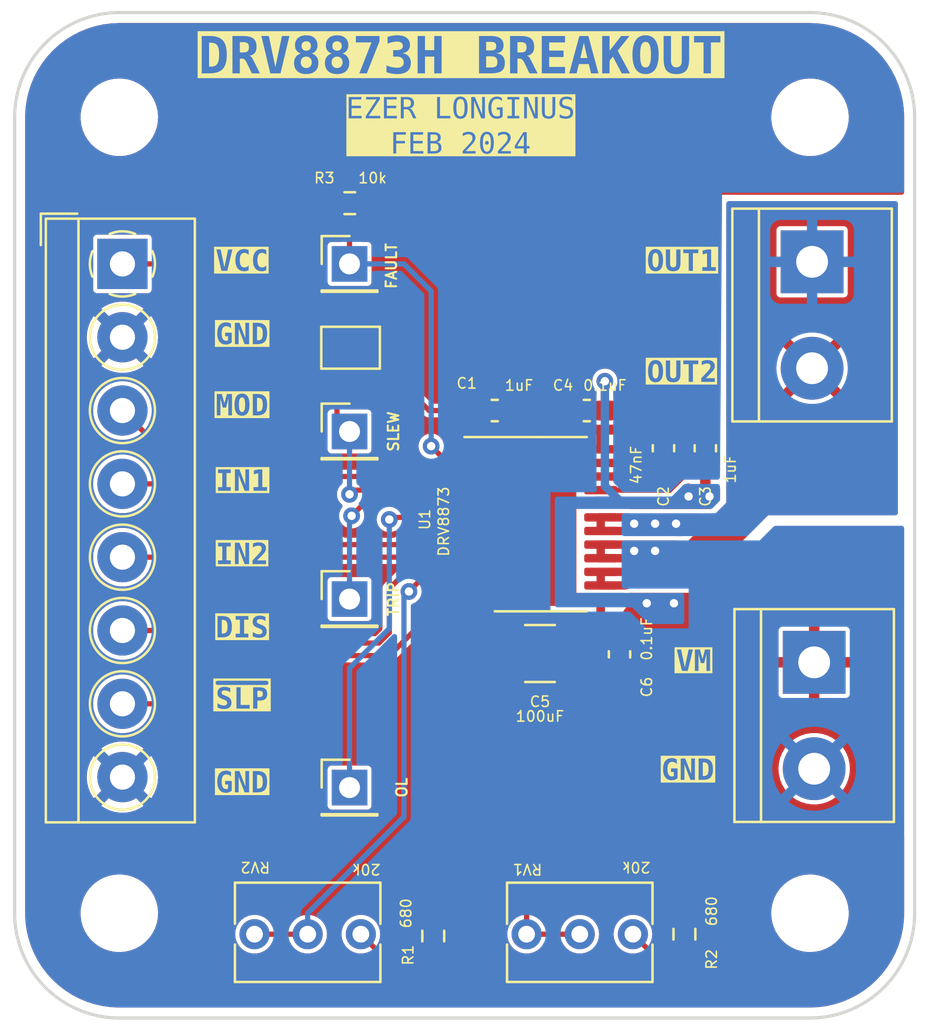
<source format=kicad_pcb>
(kicad_pcb (version 20221018) (generator pcbnew)
  (layers (0 "F.Cu" signal) (31 "B.Cu" signal) (34 "B.Paste" user) (35 "F.Paste" user) (36 "B.SilkS" user "B.Silkscreen") (37 "F.SilkS" user "F.Silkscreen") (38 "B.Mask" user) (39 "F.Mask" user) (44 "Edge.Cuts" user))
  (net 0 "")
  (net 1 "Net-(JP1-B)")
  (net 2 "GND")
  (net 3 "Net-(U1-CPL)")
  (net 4 "Net-(U1-CPH)")
  (net 5 "Net-(U1-VCP)")
  (net 6 "VM")
  (net 7 "Net-(J1-Pin_1)")
  (net 8 "Net-(J2-Pin_1)")
  (net 9 "Net-(J3-Pin_1)")
  (net 10 "Net-(J4-Pin_1)")
  (net 11 "VCC")
  (net 12 "MODE")
  (net 13 "EN{slash}IN1")
  (net 14 "PH{slash}IN2")
  (net 15 "DISABLE")
  (net 16 "~{SLEEP}")
  (net 17 "OUT1")
  (net 18 "OUT2")
  (net 19 "Net-(R1-Pad1)")
  (net 20 "Net-(R2-Pad1)")
  (net 21 "Net-(U1-IPROP2)")
  (net 22 "Net-(U1-IPROP1)")
  (footprint "Jumper:SolderJumper-2_P1.3mm_Bridged_Pad1.0x1.5mm" (layer "F.Cu") (at 135.05 100)
    (fp_text reference "JP1" hide)
    (fp_text value "Jumper_2_Bridged" hide)
    (fp_poly (pts (xy -0.25 -0.3) (xy 0.25 -0.3) (xy 0.25 0.3) (xy -0.25 0.3)) (fill solid) (layer "F.Cu"))
    (fp_line (start -1.4 -1) (end 1.4 -1) (stroke (width 0.12)) (layer "F.SilkS"))
    (fp_line (start -1.4 1) (end -1.4 -1) (stroke (width 0.12)) (layer "F.SilkS"))
    (fp_line (start 1.4 -1) (end 1.4 1) (stroke (width 0.12)) (layer "F.SilkS"))
    (fp_line (start 1.4 1) (end -1.4 1) (stroke (width 0.12)) (layer "F.SilkS"))
    (pad "1" smd rect (at -0.65 0) (size 1 1.5) (layers "F.Cu" "F.Mask") (net 10 "Net-(J4-Pin_1)"))
    (pad "2" smd rect (at 0.65 0) (size 1 1.5) (layers "F.Cu" "F.Mask") (net 1 "Net-(JP1-B)"))
  )
  (footprint "Resistor_SMD:R_0603_1608Metric_Pad0.98x0.95mm_HandSolder" (layer "F.Cu") (at 139 128.0875 90)
    (fp_text reference "R1" (at -0.9125 -1.2 90 unlocked) (layer "F.SilkS") (effects (font (size 0.5 0.5) (thickness 0.075))))
    (fp_text value "680" (at 1.0875 -1.3 90 unlocked) (layer "F.SilkS") (effects (font (size 0.5 0.5) (thickness 0.075))))
    (fp_line (start -0.254724 -0.5225) (end 0.254724 -0.5225) (stroke (width 0.12)) (layer "F.SilkS"))
    (fp_line (start -0.254724 0.5225) (end 0.254724 0.5225) (stroke (width 0.12)) (layer "F.SilkS"))
    (pad "1" smd roundrect (at -0.9125 0 90) (size 0.975 0.95) (layers "F.Cu" "F.Paste" "F.Mask") (net 19 "Net-(R1-Pad1)"))
    (pad "2" smd roundrect (at 0.9125 0 90) (size 0.975 0.95) (layers "F.Cu" "F.Paste" "F.Mask") (net 2 "GND"))
  )
  (footprint "Connector_PinHeader_2.54mm:PinHeader_1x01_P2.54mm_Vertical" (layer "F.Cu") (at 135 104)
    (fp_text reference "J4" hide)
    (fp_text value "SLEW" (at 2.1 0 90 unlocked) (layer "F.SilkS" knockout) (effects (font (size 0.5 0.5) (thickness 0.1) bold)))
    (fp_line (start -1.33 -1.33) (end 0 -1.33) (stroke (width 0.12)) (layer "F.SilkS"))
    (fp_line (start -1.33 0) (end -1.33 -1.33) (stroke (width 0.12)) (layer "F.SilkS"))
    (fp_line (start -1.33 1.27) (end -1.33 1.33) (stroke (width 0.12)) (layer "F.SilkS"))
    (fp_line (start -1.33 1.27) (end 1.33 1.27) (stroke (width 0.12)) (layer "F.SilkS"))
    (fp_line (start -1.33 1.33) (end 1.33 1.33) (stroke (width 0.12)) (layer "F.SilkS"))
    (fp_line (start 1.33 1.27) (end 1.33 1.33) (stroke (width 0.12)) (layer "F.SilkS"))
    (pad "1" thru_hole rect (at 0 0) (size 1.7 1.7) (drill 1) (layers "*.Cu" "*.Mask") (net 10 "Net-(J4-Pin_1)"))
  )
  (footprint "Potentiometer_THT:Potentiometer_Bourns_3266Y_Vertical" (layer "F.Cu") (at 143.46 128 180)
    (fp_text reference "RV1" (at -0.04 3.1 180 unlocked) (layer "F.SilkS") (effects (font (size 0.5 0.5) (thickness 0.075))))
    (fp_text value "20k" (at -5.24 3.2 180 unlocked) (layer "F.SilkS") (effects (font (size 0.5 0.5) (thickness 0.075))))
    (fp_line (start -6.015 -2.28) (end -6.015 -0.494) (stroke (width 0.12)) (layer "F.SilkS"))
    (fp_line (start -6.015 -2.28) (end 0.935 -2.28) (stroke (width 0.12)) (layer "F.SilkS"))
    (fp_line (start -6.015 0.496) (end -6.015 2.46) (stroke (width 0.12)) (layer "F.SilkS"))
    (fp_line (start -6.015 2.46) (end 0.935 2.46) (stroke (width 0.12)) (layer "F.SilkS"))
    (fp_line (start 0.935 -2.28) (end 0.935 -0.494) (stroke (width 0.12)) (layer "F.SilkS"))
    (fp_line (start 0.935 0.496) (end 0.935 2.46) (stroke (width 0.12)) (layer "F.SilkS"))
    (pad "1" thru_hole circle (at 0 0 180) (size 1.44 1.44) (drill 0.8) (layers "*.Cu" "*.Mask") (net 21 "Net-(U1-IPROP2)"))
    (pad "2" thru_hole circle (at -2.54 0 180) (size 1.44 1.44) (drill 0.8) (layers "*.Cu" "*.Mask") (net 21 "Net-(U1-IPROP2)"))
    (pad "3" thru_hole circle (at -5.08 0 180) (size 1.44 1.44) (drill 0.8) (layers "*.Cu" "*.Mask") (net 20 "Net-(R2-Pad1)"))
  )
  (footprint "Capacitor_SMD:C_0603_1608Metric_Pad1.08x0.95mm_HandSolder" (layer "F.Cu") (at 146.3375 103 180)
    (fp_text reference "C4" (at 1.1375 1.2 unlocked) (layer "F.SilkS") (effects (font (size 0.5 0.5) (thickness 0.075))))
    (fp_text value "0.1uF" (at -0.8625 1.2 unlocked) (layer "F.SilkS") (effects (font (size 0.5 0.5) (thickness 0.075))))
    (fp_line (start -0.146267 -0.51) (end 0.146267 -0.51) (stroke (width 0.12)) (layer "F.SilkS"))
    (fp_line (start -0.146267 0.51) (end 0.146267 0.51) (stroke (width 0.12)) (layer "F.SilkS"))
    (pad "1" smd roundrect (at -0.8625 0 180) (size 1.075 0.95) (layers "F.Cu" "F.Paste" "F.Mask") (net 6 "VM"))
    (pad "2" smd roundrect (at 0.8625 0 180) (size 1.075 0.95) (layers "F.Cu" "F.Paste" "F.Mask") (net 2 "GND"))
  )
  (footprint "Resistor_SMD:R_0603_1608Metric_Pad0.98x0.95mm_HandSolder" (layer "F.Cu") (at 151 128 90)
    (fp_text reference "R2" (at -1.2 1.3 90 unlocked) (layer "F.SilkS") (effects (font (size 0.5 0.5) (thickness 0.075))))
    (fp_text value "680" (at 1.1 1.3 90 unlocked) (layer "F.SilkS") (effects (font (size 0.5 0.5) (thickness 0.075))))
    (fp_line (start -0.254724 -0.5225) (end 0.254724 -0.5225) (stroke (width 0.12)) (layer "F.SilkS"))
    (fp_line (start -0.254724 0.5225) (end 0.254724 0.5225) (stroke (width 0.12)) (layer "F.SilkS"))
    (pad "1" smd roundrect (at -0.9125 0 90) (size 0.975 0.95) (layers "F.Cu" "F.Paste" "F.Mask") (net 20 "Net-(R2-Pad1)"))
    (pad "2" smd roundrect (at 0.9125 0 90) (size 0.975 0.95) (layers "F.Cu" "F.Paste" "F.Mask") (net 2 "GND"))
  )
  (footprint "TerminalBlock_4Ucon:TerminalBlock_4Ucon_1x08_P3.50mm_Horizontal" (layer "F.Cu") (at 124.15 96 -90)
    (fp_text reference "J6" hide)
    (fp_text value "Conn_01x08_Pin" hide)
    (fp_line (start -2.4 2.16) (end -2.4 3.9) (stroke (width 0.12)) (layer "F.SilkS"))
    (fp_line (start -2.4 3.9) (end -0.9 3.9) (stroke (width 0.12)) (layer "F.SilkS"))
    (fp_line (start -2.16 -3.46) (end -2.16 3.66) (stroke (width 0.12)) (layer "F.SilkS"))
    (fp_line (start -2.16 -3.46) (end 26.66 -3.46) (stroke (width 0.12)) (layer "F.SilkS"))
    (fp_line (start -2.16 2.1) (end 26.66 2.1) (stroke (width 0.12)) (layer "F.SilkS"))
    (fp_line (start -2.16 3.66) (end 26.66 3.66) (stroke (width 0.12)) (layer "F.SilkS"))
    (fp_line (start 26.66 -3.46) (end 26.66 3.66) (stroke (width 0.12)) (layer "F.SilkS"))
    (fp_arc (start -1.432109 0.607742) (mid -1.555727 -0.00014) (end -1.432 -0.608) (stroke (width 0.12)) (layer "F.SilkS"))
    (fp_arc (start -0.607742 -1.432109) (mid 0.00014 -1.555727) (end 0.608 -1.432) (stroke (width 0.12)) (layer "F.SilkS"))
    (fp_arc (start 0.027011 1.555493) (mid -0.296984 1.527118) (end -0.608 1.432) (stroke (width 0.12)) (layer "F.SilkS"))
    (fp_arc (start 0.607587 1.431385) (mid 0.310017 1.523783) (end 0 1.555) (stroke (width 0.12)) (layer "F.SilkS"))
    (fp_arc (start 1.432109 -0.607742) (mid 1.555727 0.00014) (end 1.432 0.608) (stroke (width 0.12)) (layer "F.SilkS"))
    (fp_circle (center 3.5 0) (end 5.055 0) (stroke (width 0.12)) (fill none) (layer "F.SilkS"))
    (fp_circle (center 7 0) (end 8.555 0) (stroke (width 0.12)) (fill none) (layer "F.SilkS"))
    (fp_circle (center 10.5 0) (end 12.055 0) (stroke (width 0.12)) (fill none) (layer "F.SilkS"))
    (fp_circle (center 14 0) (end 15.555 0) (stroke (width 0.12)) (fill none) (layer "F.SilkS"))
    (fp_circle (center 17.5 0) (end 19.055 0) (stroke (width 0.12)) (fill none) (layer "F.SilkS"))
    (fp_circle (center 21 0) (end 22.555 0) (stroke (width 0.12)) (fill none) (layer "F.SilkS"))
    (fp_circle (center 24.5 0) (end 26.055 0) (stroke (width 0.12)) (fill none) (layer "F.SilkS"))
    (pad "1" thru_hole rect (at 0 0 270) (size 2.4 2.4) (drill 1.2) (layers "*.Cu" "*.Mask") (net 11 "VCC"))
    (pad "2" thru_hole circle (at 3.5 0 270) (size 2.4 2.4) (drill 1.2) (layers "*.Cu" "*.Mask") (net 2 "GND"))
    (pad "3" thru_hole circle (at 7 0 270) (size 2.4 2.4) (drill 1.2) (layers "*.Cu" "*.Mask") (net 12 "MODE"))
    (pad "4" thru_hole circle (at 10.5 0 270) (size 2.4 2.4) (drill 1.2) (layers "*.Cu" "*.Mask") (net 13 "EN{slash}IN1"))
    (pad "5" thru_hole circle (at 14 0 270) (size 2.4 2.4) (drill 1.2) (layers "*.Cu" "*.Mask") (net 14 "PH{slash}IN2"))
    (pad "6" thru_hole circle (at 17.5 0 270) (size 2.4 2.4) (drill 1.2) (layers "*.Cu" "*.Mask") (net 15 "DISABLE"))
    (pad "7" thru_hole circle (at 21 0 270) (size 2.4 2.4) (drill 1.2) (layers "*.Cu" "*.Mask") (net 16 "~{SLEEP}"))
    (pad "8" thru_hole circle (at 24.5 0 270) (size 2.4 2.4) (drill 1.2) (layers "*.Cu" "*.Mask") (net 2 "GND"))
  )
  (footprint "Connector_PinHeader_2.54mm:PinHeader_1x01_P2.54mm_Vertical" (layer "F.Cu") (at 135 112)
    (fp_text reference "J1" hide)
    (fp_text value "TRIP" (at 2.1 0 90 unlocked) (layer "F.SilkS" knockout) (effects (font (size 0.5 0.5) (thickness 0.1) bold)))
    (fp_line (start -1.33 -1.33) (end 0 -1.33) (stroke (width 0.12)) (layer "F.SilkS"))
    (fp_line (start -1.33 0) (end -1.33 -1.33) (stroke (width 0.12)) (layer "F.SilkS"))
    (fp_line (start -1.33 1.27) (end -1.33 1.33) (stroke (width 0.12)) (layer "F.SilkS"))
    (fp_line (start -1.33 1.27) (end 1.33 1.27) (stroke (width 0.12)) (layer "F.SilkS"))
    (fp_line (start -1.33 1.33) (end 1.33 1.33) (stroke (width 0.12)) (layer "F.SilkS"))
    (fp_line (start 1.33 1.27) (end 1.33 1.33) (stroke (width 0.12)) (layer "F.SilkS"))
    (pad "1" thru_hole rect (at 0 0) (size 1.7 1.7) (drill 1) (layers "*.Cu" "*.Mask") (net 7 "Net-(J1-Pin_1)"))
  )
  (footprint "MountingHole:MountingHole_3.2mm_M3" (layer "F.Cu") (at 157 89)
    (fp_text reference "H2" hide)
    (fp_text value "MountingHole" hide)
    (pad "" np_thru_hole circle (at 0 0) (size 3.2 3.2) (drill 3.2) (layers "*.Cu" "*.Mask"))
  )
  (footprint "Connector_PinHeader_2.54mm:PinHeader_1x01_P2.54mm_Vertical" (layer "F.Cu") (at 135 96)
    (fp_text reference "J3" hide)
    (fp_text value "FAULT" (at 2 0.1 90 unlocked) (layer "F.SilkS" knockout) (effects (font (size 0.5 0.5) (thickness 0.1) bold)))
    (fp_line (start -1.33 -1.33) (end 0 -1.33) (stroke (width 0.12)) (layer "F.SilkS"))
    (fp_line (start -1.33 0) (end -1.33 -1.33) (stroke (width 0.12)) (layer "F.SilkS"))
    (fp_line (start -1.33 1.27) (end -1.33 1.33) (stroke (width 0.12)) (layer "F.SilkS"))
    (fp_line (start -1.33 1.27) (end 1.33 1.27) (stroke (width 0.12)) (layer "F.SilkS"))
    (fp_line (start -1.33 1.33) (end 1.33 1.33) (stroke (width 0.12)) (layer "F.SilkS"))
    (fp_line (start 1.33 1.27) (end 1.33 1.33) (stroke (width 0.12)) (layer "F.SilkS"))
    (pad "1" thru_hole rect (at 0 0) (size 1.7 1.7) (drill 1) (layers "*.Cu" "*.Mask") (net 9 "Net-(J3-Pin_1)"))
  )
  (footprint "Connector_PinHeader_2.54mm:PinHeader_1x01_P2.54mm_Vertical" (layer "F.Cu") (at 135 121)
    (fp_text reference "J2" hide)
    (fp_text value "OL" (at 2.5 0 90 unlocked) (layer "F.SilkS" knockout) (effects (font (size 0.5 0.5) (thickness 0.1) bold)))
    (fp_line (start -1.33 -1.33) (end 0 -1.33) (stroke (width 0.12)) (layer "F.SilkS"))
    (fp_line (start -1.33 0) (end -1.33 -1.33) (stroke (width 0.12)) (layer "F.SilkS"))
    (fp_line (start -1.33 1.27) (end -1.33 1.33) (stroke (width 0.12)) (layer "F.SilkS"))
    (fp_line (start -1.33 1.27) (end 1.33 1.27) (stroke (width 0.12)) (layer "F.SilkS"))
    (fp_line (start -1.33 1.33) (end 1.33 1.33) (stroke (width 0.12)) (layer "F.SilkS"))
    (fp_line (start 1.33 1.27) (end 1.33 1.33) (stroke (width 0.12)) (layer "F.SilkS"))
    (pad "1" thru_hole rect (at 0 0) (size 1.7 1.7) (drill 1) (layers "*.Cu" "*.Mask") (net 8 "Net-(J2-Pin_1)"))
  )
  (footprint "Resistor_SMD:R_0603_1608Metric_Pad0.98x0.95mm_HandSolder" (layer "F.Cu") (at 135.0125 93.1)
    (fp_text reference "R3" (at -1.2125 -1.2 unlocked) (layer "F.SilkS") (effects (font (size 0.5 0.5) (thickness 0.075))))
    (fp_text value "10k" (at 1.0875 -1.2 unlocked) (layer "F.SilkS") (effects (font (size 0.5 0.5) (thickness 0.075))))
    (fp_line (start -0.254724 -0.5225) (end 0.254724 -0.5225) (stroke (width 0.12)) (layer "F.SilkS"))
    (fp_line (start -0.254724 0.5225) (end 0.254724 0.5225) (stroke (width 0.12)) (layer "F.SilkS"))
    (pad "1" smd roundrect (at -0.9125 0) (size 0.975 0.95) (layers "F.Cu" "F.Paste" "F.Mask") (net 11 "VCC"))
    (pad "2" smd roundrect (at 0.9125 0) (size 0.975 0.95) (layers "F.Cu" "F.Paste" "F.Mask") (net 9 "Net-(J3-Pin_1)"))
  )
  (footprint "MountingHole:MountingHole_3.2mm_M3" (layer "F.Cu") (at 157 127)
    (fp_text reference "H4" hide)
    (fp_text value "MountingHole" hide)
    (pad "" np_thru_hole circle (at 0 0) (size 3.2 3.2) (drill 3.2) (layers "*.Cu" "*.Mask"))
  )
  (footprint "Package_SO:HTSSOP-24-1EP_4.4x7.8mm_P0.65mm_EP3.4x7.8mm_Mask2.4x2.98mm" (layer "F.Cu") (at 144.1375 108.425)
    (fp_text reference "U1" (at -5.5375 -0.225 90 unlocked) (layer "F.SilkS") (effects (font (size 0.5 0.5) (thickness 0.075))))
    (fp_text value "DRV8873" (at -4.6375 -0.125 90 unlocked) (layer "F.SilkS") (effects (font (size 0.5 0.5) (thickness 0.075))))
    (fp_line (start 0 -4.16) (end -3.65 -4.16) (stroke (width 0.12)) (layer "F.SilkS"))
    (fp_line (start 0 -4.16) (end 2.2 -4.16) (stroke (width 0.12)) (layer "F.SilkS"))
    (fp_line (start 0 4.16) (end -2.2 4.16) (stroke (width 0.12)) (layer "F.SilkS"))
    (fp_line (start 0 4.16) (end 2.2 4.16) (stroke (width 0.12)) (layer "F.SilkS"))
    (pad "1" smd roundrect (at -2.8625 -3.575) (size 1.575 0.4) (layers "F.Cu" "F.Paste" "F.Mask") (net 1 "Net-(JP1-B)"))
    (pad "2" smd roundrect (at -2.8625 -2.925) (size 1.575 0.4) (layers "F.Cu" "F.Paste" "F.Mask") (net 9 "Net-(J3-Pin_1)"))
    (pad "3" smd roundrect (at -2.8625 -2.275) (size 1.575 0.4) (layers "F.Cu" "F.Paste" "F.Mask") (net 12 "MODE"))
    (pad "4" smd roundrect (at -2.8625 -1.625) (size 1.575 0.4) (layers "F.Cu" "F.Paste" "F.Mask") (net 10 "Net-(J4-Pin_1)"))
    (pad "5" smd roundrect (at -2.8625 -0.975) (size 1.575 0.4) (layers "F.Cu" "F.Paste" "F.Mask") (net 7 "Net-(J1-Pin_1)"))
    (pad "6" smd roundrect (at -2.8625 -0.325) (size 1.575 0.4) (layers "F.Cu" "F.Paste" "F.Mask") (net 8 "Net-(J2-Pin_1)"))
    (pad "7" smd roundrect (at -2.8625 0.325) (size 1.575 0.4) (layers "F.Cu" "F.Paste" "F.Mask") (net 13 "EN{slash}IN1"))
    (pad "8" smd roundrect (at -2.8625 0.975) (size 1.575 0.4) (layers "F.Cu" "F.Paste" "F.Mask") (net 14 "PH{slash}IN2"))
    (pad "9" smd roundrect (at -2.8625 1.625) (size 1.575 0.4) (layers "F.Cu" "F.Paste" "F.Mask") (net 15 "DISABLE"))
    (pad "10" smd roundrect (at -2.8625 2.275) (size 1.575 0.4) (layers "F.Cu" "F.Paste" "F.Mask") (net 22 "Net-(U1-IPROP1)"))
    (pad "11" smd roundrect (at -2.8625 2.925) (size 1.575 0.4) (layers "F.Cu" "F.Paste" "F.Mask") (net 16 "~{SLEEP}"))
    (pad "12" smd roundrect (at -2.8625 3.575) (size 1.575 0.4) (layers "F.Cu" "F.Paste" "F.Mask") (net 21 "Net-(U1-IPROP2)"))
    (pad "13" smd roundrect (at 2.8625 3.575) (size 1.575 0.4) (layers "F.Cu" "F.Paste" "F.Mask") (net 6 "VM"))
    (pad "14" smd roundrect (at 2.8625 2.925) (size 1.575 0.4) (layers "F.Cu" "F.Paste" "F.Mask") (net 18 "OUT2"))
    (pad "15" smd roundrect (at 2.8625 2.275) (size 1.575 0.4) (layers "F.Cu" "F.Paste" "F.Mask") (net 18 "OUT2"))
    (pad "16" smd roundrect (at 2.8625 1.625) (size 1.575 0.4) (layers "F.Cu" "F.Paste" "F.Mask") (net 2 "GND"))
    (pad "17" smd roundrect (at 2.8625 0.975) (size 1.575 0.4) (layers "F.Cu" "F.Paste" "F.Mask") (net 2 "GND"))
    (pad "18" smd roundrect (at 2.8625 0.325) (size 1.575 0.4) (layers "F.Cu" "F.Paste" "F.Mask") (net 17 "OUT1"))
    (pad "19" smd roundrect (at 2.8625 -0.325) (size 1.575 0.4) (layers "F.Cu" "F.Paste" "F.Mask") (net 17 "OUT1"))
    (pad "20" smd roundrect (at 2.8625 -0.975) (size 1.575 0.4) (layers "F.Cu" "F.Paste" "F.Mask") (net 6 "VM"))
    (pad "21" smd roundrect (at 2.8625 -1.625) (size 1.575 0.4) (layers "F.Cu" "F.Paste" "F.Mask") (net 5 "Net-(U1-VCP)"))
    (pad "22" smd roundrect (at 2.8625 -2.275) (size 1.575 0.4) (layers "F.Cu" "F.Paste" "F.Mask") (net 4 "Net-(U1-CPH)"))
    (pad "23" smd roundrect (at 2.8625 -2.925) (size 1.575 0.4) (layers "F.Cu" "F.Paste" "F.Mask") (net 3 "Net-(U1-CPL)"))
    (pad "24" smd roundrect (at 2.8625 -3.575) (size 1.575 0.4) (layers "F.Cu" "F.Paste" "F.Mask") (net 2 "GND"))
    (pad "25" smd rect (at 0 0) (size 3.4 7.8) (layers "F.Cu") (net 2 "GND"))
  )
  (footprint "Potentiometer_THT:Potentiometer_Bourns_3266Y_Vertical" (layer "F.Cu") (at 130.46 128 180)
    (fp_text reference "RV2" (at -0.04 3.2 180 unlocked) (layer "F.SilkS") (effects (font (size 0.5 0.5) (thickness 0.075))))
    (fp_text value "20k" (at -5.34 3.1 180 unlocked) (layer "F.SilkS") (effects (font (size 0.5 0.5) (thickness 0.075))))
    (fp_line (start -6.015 -2.28) (end -6.015 -0.494) (stroke (width 0.12)) (layer "F.SilkS"))
    (fp_line (start -6.015 -2.28) (end 0.935 -2.28) (stroke (width 0.12)) (layer "F.SilkS"))
    (fp_line (start -6.015 0.496) (end -6.015 2.46) (stroke (width 0.12)) (layer "F.SilkS"))
    (fp_line (start -6.015 2.46) (end 0.935 2.46) (stroke (width 0.12)) (layer "F.SilkS"))
    (fp_line (start 0.935 -2.28) (end 0.935 -0.494) (stroke (width 0.12)) (layer "F.SilkS"))
    (fp_line (start 0.935 0.496) (end 0.935 2.46) (stroke (width 0.12)) (layer "F.SilkS"))
    (pad "1" thru_hole circle (at 0 0 180) (size 1.44 1.44) (drill 0.8) (layers "*.Cu" "*.Mask") (net 22 "Net-(U1-IPROP1)"))
    (pad "2" thru_hole circle (at -2.54 0 180) (size 1.44 1.44) (drill 0.8) (layers "*.Cu" "*.Mask") (net 22 "Net-(U1-IPROP1)"))
    (pad "3" thru_hole circle (at -5.08 0 180) (size 1.44 1.44) (drill 0.8) (layers "*.Cu" "*.Mask") (net 19 "Net-(R1-Pad1)"))
  )
  (footprint "MountingHole:MountingHole_3.2mm_M3" (layer "F.Cu") (at 124 89)
    (fp_text reference "H1" hide)
    (fp_text value "MountingHole" hide)
    (pad "" np_thru_hole circle (at 0 0) (size 3.2 3.2) (drill 3.2) (layers "*.Cu" "*.Mask"))
  )
  (footprint "TerminalBlock:TerminalBlock_bornier-2_P5.08mm" (layer "F.Cu") (at 157.2 115.02 -90)
    (fp_text reference "J7" hide)
    (fp_text value "Conn_01x02_Pin" hide)
    (fp_line (start -2.54 -3.81) (end -2.54 3.81) (stroke (width 0.12)) (layer "F.SilkS"))
    (fp_line (start -2.54 3.81) (end 7.62 3.81) (stroke (width 0.12)) (layer "F.SilkS"))
    (fp_line (start 7.62 -3.81) (end -2.54 -3.81) (stroke (width 0.12)) (layer "F.SilkS"))
    (fp_line (start 7.62 2.54) (end -2.54 2.54) (stroke (width 0.12)) (layer "F.SilkS"))
    (fp_line (start 7.62 3.81) (end 7.62 -3.81) (stroke (width 0.12)) (layer "F.SilkS"))
    (pad "1" thru_hole rect (at 0 0 270) (size 3 3) (drill 1.52) (layers "*.Cu" "*.Mask") (net 6 "VM"))
    (pad "2" thru_hole circle (at 5.08 0 270) (size 3 3) (drill 1.52) (layers "*.Cu" "*.Mask") (net 2 "GND"))
  )
  (footprint "Capacitor_SMD:C_0603_1608Metric_Pad1.08x0.95mm_HandSolder" (layer "F.Cu") (at 141.9375 103)
    (fp_text reference "C1" (at -1.3375 -1.3 unlocked) (layer "F.SilkS") (effects (font (size 0.5 0.5) (thickness 0.075))))
    (fp_text value "1uF" (at 1.1625 -1.2 unlocked) (layer "F.SilkS") (effects (font (size 0.5 0.5) (thickness 0.075))))
    (fp_line (start -0.146267 -0.51) (end 0.146267 -0.51) (stroke (width 0.12)) (layer "F.SilkS"))
    (fp_line (start -0.146267 0.51) (end 0.146267 0.51) (stroke (width 0.12)) (layer "F.SilkS"))
    (pad "1" smd roundrect (at -0.8625 0) (size 1.075 0.95) (layers "F.Cu" "F.Paste" "F.Mask") (net 1 "Net-(JP1-B)"))
    (pad "2" smd roundrect (at 0.8625 0) (size 1.075 0.95) (layers "F.Cu" "F.Paste" "F.Mask") (net 2 "GND"))
  )
  (footprint "Capacitor_SMD:C_0603_1608Metric_Pad1.08x0.95mm_HandSolder" (layer "F.Cu") (at 150 104.8 -90)
    (fp_text reference "C2" (at 2.3 0 90 unlocked) (layer "F.SilkS") (effects (font (size 0.5 0.5) (thickness 0.075))))
    (fp_text value "47nF" (at 0.8 1.3 90 unlocked) (layer "F.SilkS") (effects (font (size 0.5 0.5) (thickness 0.075))))
    (fp_line (start -0.146267 -0.51) (end 0.146267 -0.51) (stroke (width 0.12)) (layer "F.SilkS"))
    (fp_line (start -0.146267 0.51) (end 0.146267 0.51) (stroke (width 0.12)) (layer "F.SilkS"))
    (pad "1" smd roundrect (at -0.8625 0 270) (size 1.075 0.95) (layers "F.Cu" "F.Paste" "F.Mask") (net 3 "Net-(U1-CPL)"))
    (pad "2" smd roundrect (at 0.8625 0 270) (size 1.075 0.95) (layers "F.Cu" "F.Paste" "F.Mask") (net 4 "Net-(U1-CPH)"))
  )
  (footprint "TerminalBlock:TerminalBlock_bornier-2_P5.08mm" (layer "F.Cu") (at 157.1 95.9 -90)
    (fp_text reference "J8" hide)
    (fp_text value "Conn_01x02_Pin" hide)
    (fp_line (start -2.54 -3.81) (end -2.54 3.81) (stroke (width 0.12)) (layer "F.SilkS"))
    (fp_line (start -2.54 3.81) (end 7.62 3.81) (stroke (width 0.12)) (layer "F.SilkS"))
    (fp_line (start 7.62 -3.81) (end -2.54 -3.81) (stroke (width 0.12)) (layer "F.SilkS"))
    (fp_line (start 7.62 2.54) (end -2.54 2.54) (stroke (width 0.12)) (layer "F.SilkS"))
    (fp_line (start 7.62 3.81) (end 7.62 -3.81) (stroke (width 0.12)) (layer "F.SilkS"))
    (pad "1" thru_hole rect (at 0 0 270) (size 3 3) (drill 1.52) (layers "*.Cu" "*.Mask") (net 17 "OUT1"))
    (pad "2" thru_hole circle (at 5.08 0 270) (size 3 3) (drill 1.52) (layers "*.Cu" "*.Mask") (net 18 "OUT2"))
  )
  (footprint "MountingHole:MountingHole_3.2mm_M3" (layer "F.Cu") (at 124 127)
    (fp_text reference "H3" hide)
    (fp_text value "MountingHole" hide)
    (pad "" np_thru_hole circle (at 0 0) (size 3.2 3.2) (drill 3.2) (layers "*.Cu" "*.Mask"))
  )
  (footprint "Capacitor_SMD:C_0603_1608Metric_Pad1.08x0.95mm_HandSolder" (layer "F.Cu") (at 152 104.8 -90)
    (fp_text reference "C3" (at 2.3 0 90 unlocked) (layer "F.SilkS") (effects (font (size 0.5 0.5) (thickness 0.075))))
    (fp_text value "1uF" (at 1 -1.2 90 unlocked) (layer "F.SilkS") (effects (font (size 0.5 0.5) (thickness 0.075))))
    (fp_line (start -0.146267 -0.51) (end 0.146267 -0.51) (stroke (width 0.12)) (layer "F.SilkS"))
    (fp_line (start -0.146267 0.51) (end 0.146267 0.51) (stroke (width 0.12)) (layer "F.SilkS"))
    (pad "1" smd roundrect (at -0.8625 0 270) (size 1.075 0.95) (layers "F.Cu" "F.Paste" "F.Mask") (net 5 "Net-(U1-VCP)"))
    (pad "2" smd roundrect (at 0.8625 0 270) (size 1.075 0.95) (layers "F.Cu" "F.Paste" "F.Mask") (net 6 "VM"))
  )
  (footprint "Capacitor_SMD:C_1210_3225Metric_Pad1.33x2.70mm_HandSolder" (layer "F.Cu") (at 144.1 114.6 180)
    (fp_text reference "C5" (at 0 -2.3 unlocked) (layer "F.SilkS") (effects (font (size 0.5 0.5) (thickness 0.075))))
    (fp_text value "100uF" (at 0 -3 unlocked) (layer "F.SilkS") (effects (font (size 0.5 0.5) (thickness 0.075))))
    (fp_line (start -0.711252 -1.36) (end 0.711252 -1.36) (stroke (width 0.12)) (layer "F.SilkS"))
    (fp_line (start -0.711252 1.36) (end 0.711252 1.36) (stroke (width 0.12)) (layer "F.SilkS"))
    (pad "1" smd roundrect (at -1.5625 0 180) (size 1.325 2.7) (layers "F.Cu" "F.Paste" "F.Mask") (roundrect_rratio 0.188679) (net 6 "VM"))
    (pad "2" smd roundrect (at 1.5625 0 180) (size 1.325 2.7) (layers "F.Cu" "F.Paste" "F.Mask") (roundrect_rratio 0.188679) (net 2 "GND"))
  )
  (footprint "Capacitor_SMD:C_0603_1608Metric_Pad1.08x0.95mm_HandSolder" (layer "F.Cu") (at 147.9 114.6375 -90)
    (fp_text reference "C6" (at 1.5625 -1.3 90 unlocked) (layer "F.SilkS") (effects (font (size 0.5 0.5) (thickness 0.075))))
    (fp_text value "0.1uF" (at -0.7375 -1.3 90 unlocked) (layer "F.SilkS") (effects (font (size 0.5 0.5) (thickness 0.075))))
    (fp_line (start -0.146267 -0.51) (end 0.146267 -0.51) (stroke (width 0.12)) (layer "F.SilkS"))
    (fp_line (start -0.146267 0.51) (end 0.146267 0.51) (stroke (width 0.12)) (layer "F.SilkS"))
    (pad "1" smd roundrect (at -0.8625 0 270) (size 1.075 0.95) (layers "F.Cu" "F.Paste" "F.Mask") (net 6 "VM"))
    (pad "2" smd roundrect (at 0.8625 0 270) (size 1.075 0.95) (layers "F.Cu" "F.Paste" "F.Mask") (net 2 "GND"))
  )
  (gr_line (start 162 89) (end 162 127) (stroke (width 0.15)) (layer "Edge.Cuts"))
  (gr_arc (start 119 89) (mid 120.464466 85.464467) (end 124 84) (stroke (width 0.15)) (layer "Edge.Cuts"))
  (gr_arc (start 124 132) (mid 120.464467 130.535534) (end 119 127) (stroke (width 0.15)) (layer "Edge.Cuts"))
  (gr_line (start 157 132) (end 124 132) (stroke (width 0.15)) (layer "Edge.Cuts"))
  (gr_arc (start 157 84) (mid 160.535533 85.464466) (end 162 89) (stroke (width 0.15)) (layer "Edge.Cuts"))
  (gr_line (start 119 127) (end 119 89) (stroke (width 0.15)) (layer "Edge.Cuts"))
  (gr_arc (start 162 127) (mid 160.535534 130.535533) (end 157 132) (stroke (width 0.15)) (layer "Edge.Cuts"))
  (gr_line (start 124 84) (end 157 84) (stroke (width 0.15)) (layer "Edge.Cuts"))
  (gr_text "GND" (at 128.6 121.4) (layer "F.SilkS" knockout) (effects (font (size 1 1) (thickness 0.2) bold) (justify left bottom)))
  (gr_text "IN1" (at 128.6 107) (layer "F.SilkS" knockout) (effects (font (size 1 1) (thickness 0.2) bold) (justify left bottom)))
  (gr_text "DIS" (at 128.6 114) (layer "F.SilkS" knockout) (effects (font (size 1 1) (thickness 0.2) bold) (justify left bottom)))
  (gr_text "OUT1" (at 149.2 96.5) (layer "F.SilkS" knockout) (effects (font (size 1 1) (thickness 0.2) bold) (justify left bottom)))
  (gr_text "VCC" (at 128.6 96.5) (layer "F.SilkS" knockout) (effects (font (size 1 1) (thickness 0.2) bold) (justify left bottom)))
  (gr_text "IN2" (at 128.6 110.5) (layer "F.SilkS" knockout) (effects (font (size 1 1) (thickness 0.2) bold) (justify left bottom)))
  (gr_text "VM" (at 150.6 115.6) (layer "F.SilkS" knockout) (effects (font (size 1 1) (thickness 0.2) bold) (justify left bottom)))
  (gr_text "OUT2" (at 149.2 101.8) (layer "F.SilkS" knockout) (effects (font (size 1 1) (thickness 0.2) bold) (justify left bottom)))
  (gr_text "DRV8873H BREAKOUT" (at 140.3 87.2) (layer "F.SilkS" knockout) (effects (font (size 1.75 1.75) (thickness 0.35) bold) (justify bottom)))
  (gr_text "MOD" (at 128.6 103.4) (layer "F.SilkS" knockout) (effects (font (size 1 1) (thickness 0.2) bold) (justify left bottom)))
  (gr_text "GND" (at 128.6 100) (layer "F.SilkS" knockout) (effects (font (size 1 1) (thickness 0.2) bold) (justify left bottom)))
  (gr_text "GND" (at 149.9 120.8) (layer "F.SilkS" knockout) (effects (font (size 1 1) (thickness 0.2) bold) (justify left bottom)))
  (gr_text "EZER LONGINUS\nFEB 2024" (at 140.3 90.9) (layer "F.SilkS" knockout) (effects (font (size 1 1)) (justify bottom)))
  (gr_text "~{SLP}" (at 128.6 117.4) (layer "F.SilkS" knockout) (effects (font (size 1 1) (thickness 0.2) bold) (justify left bottom)))
  (segment (start 141.075 103) (end 139.9 103) (width 0.25) (layer "F.Cu") (net 1))
  (segment (start 139.9 104.6) (end 139.9 103) (width 0.25) (layer "F.Cu") (net 1))
  (segment (start 138.8 103) (end 138 102.2) (width 0.25) (layer "F.Cu") (net 1))
  (segment (start 138 100.6) (end 137.4 100) (width 0.25) (layer "F.Cu") (net 1))
  (segment (start 141.275 104.85) (end 140.15 104.85) (width 0.25) (layer "F.Cu") (net 1))
  (segment (start 138 102.2) (end 138 100.6) (width 0.25) (layer "F.Cu") (net 1))
  (segment (start 140.15 104.85) (end 139.9 104.6) (width 0.25) (layer "F.Cu") (net 1))
  (segment (start 137.4 100) (end 136 100) (width 0.25) (layer "F.Cu") (net 1))
  (segment (start 139.9 103) (end 138.8 103) (width 0.25) (layer "F.Cu") (net 1))
  (via (at 149.6 109.7) (size 0.8) (drill 0.4) (layers "F.Cu" "B.Cu") (net 2))
  (via (at 148.6 109.7) (size 0.8) (drill 0.4) (layers "F.Cu" "B.Cu") (net 2))
  (segment (start 150 103.9375) (end 149.1625 103.9375) (width 0.25) (layer "F.Cu") (net 3))
  (segment (start 147 105.5) (end 148.2 105.5) (width 0.25) (layer "F.Cu") (net 3))
  (segment (start 148.7 105) (end 148.7 104.4) (width 0.25) (layer "F.Cu") (net 3))
  (segment (start 149.1625 103.9375) (end 148.7 104.4) (width 0.25) (layer "F.Cu") (net 3))
  (segment (start 148.2 105.5) (end 148.7 105) (width 0.25) (layer "F.Cu") (net 3))
  (segment (start 148.8375 105.6625) (end 150 105.6625) (width 0.25) (layer "F.Cu") (net 4))
  (segment (start 147 106.15) (end 147.05 106.15) (width 0.25) (layer "F.Cu") (net 4))
  (segment (start 148.35 106.15) (end 148.8375 105.6625) (width 0.25) (layer "F.Cu") (net 4))
  (segment (start 147 106.15) (end 148.35 106.15) (width 0.25) (layer "F.Cu") (net 4))
  (segment (start 147.05 106.15) (end 147.1 106.2) (width 0.25) (layer "F.Cu") (net 4))
  (segment (start 151.4625 103.9375) (end 152 103.9375) (width 0.25) (layer "F.Cu") (net 5))
  (segment (start 151 104.4) (end 151.4625 103.9375) (width 0.25) (layer "F.Cu") (net 5))
  (segment (start 151 106.1) (end 151 104.4) (width 0.25) (layer "F.Cu") (net 5))
  (segment (start 147 106.8) (end 150.3 106.8) (width 0.25) (layer "F.Cu") (net 5))
  (segment (start 150.3 106.8) (end 151 106.1) (width 0.25) (layer "F.Cu") (net 5))
  (segment (start 146.4875 113.775) (end 145.6625 114.6) (width 0.4) (layer "F.Cu") (net 6))
  (segment (start 147.9 113.775) (end 147 113.775) (width 0.4) (layer "F.Cu") (net 6))
  (segment (start 147 112) (end 147 113.775) (width 0.4) (layer "F.Cu") (net 6))
  (segment (start 147 113.775) (end 146.4875 113.775) (width 0.4) (layer "F.Cu") (net 6))
  (segment (start 147.2 103) (end 147.2 101.6) (width 0.4) (layer "F.Cu") (net 6))
  (via (at 151.2 107.1) (size 0.8) (drill 0.4) (layers "F.Cu" "B.Cu") (net 6))
  (via (at 152.2 107.1) (size 0.8) (drill 0.4) (layers "F.Cu" "B.Cu") (net 6))
  (via (at 150.5 112.2) (size 0.8) (drill 0.4) (layers "F.Cu" "B.Cu") (net 6))
  (via (at 149.2 112.2) (size 0.8) (drill 0.4) (layers "F.Cu" "B.Cu") (net 6))
  (via (at 147.2 101.6) (size 0.8) (drill 0.4) (layers "F.Cu" "B.Cu") (net 6))
  (segment (start 147.2 106.6) (end 147.2 101.6) (width 0.4) (layer "B.Cu") (net 6))
  (segment (start 150.9 107.4) (end 148 107.4) (width 0.4) (layer "B.Cu") (net 6))
  (segment (start 151.2 107.1) (end 150.9 107.4) (width 0.4) (layer "B.Cu") (net 6))
  (segment (start 148 107.4) (end 147.2 106.6) (width 0.4) (layer "B.Cu") (net 6))
  (segment (start 135.6755 107.45) (end 135.1 108.0255) (width 0.25) (layer "F.Cu") (net 7))
  (segment (start 141.275 107.45) (end 135.6755 107.45) (width 0.25) (layer "F.Cu") (net 7))
  (via (at 135.1 108.0255) (size 0.8) (drill 0.4) (layers "F.Cu" "B.Cu") (net 7))
  (segment (start 135 108.1255) (end 135 112) (width 0.25) (layer "B.Cu") (net 7))
  (segment (start 135.1 108.0255) (end 135 108.1255) (width 0.25) (layer "B.Cu") (net 7))
  (segment (start 137 108.1) (end 136.9 108.2) (width 0.25) (layer "F.Cu") (net 8))
  (segment (start 141.275 108.1) (end 137 108.1) (width 0.25) (layer "F.Cu") (net 8))
  (via (at 136.9 108.2) (size 0.8) (drill 0.4) (layers "F.Cu" "B.Cu") (net 8))
  (segment (start 135 115.3) (end 135 121) (width 0.25) (layer "B.Cu") (net 8))
  (segment (start 136.9 108.2) (end 136.9 113.4) (width 0.25) (layer "B.Cu") (net 8))
  (segment (start 136.9 113.4) (end 135 115.3) (width 0.25) (layer "B.Cu") (net 8))
  (segment (start 135.925 93.1) (end 135.925 93.875) (width 0.25) (layer "F.Cu") (net 9))
  (segment (start 139.7 105.5) (end 138.9 104.7) (width 0.25) (layer "F.Cu") (net 9))
  (segment (start 135 94.8) (end 135 96) (width 0.25) (layer "F.Cu") (net 9))
  (segment (start 141.275 105.5) (end 139.7 105.5) (width 0.25) (layer "F.Cu") (net 9))
  (segment (start 135.925 93.875) (end 135 94.8) (width 0.25) (layer "F.Cu") (net 9))
  (via (at 138.9 104.7) (size 0.8) (drill 0.4) (layers "F.Cu" "B.Cu") (net 9))
  (segment (start 138.9 104.7) (end 138.9 97.3) (width 0.25) (layer "B.Cu") (net 9))
  (segment (start 138.9 97.3) (end 137.6 96) (width 0.25) (layer "B.Cu") (net 9))
  (segment (start 137.6 96) (end 135 96) (width 0.25) (layer "B.Cu") (net 9))
  (segment (start 135.2 106.8) (end 135 107) (width 0.25) (layer "F.Cu") (net 10))
  (segment (start 141.275 106.8) (end 135.2 106.8) (width 0.25) (layer "F.Cu") (net 10))
  (segment (start 134.4 103.4) (end 135 104) (width 0.25) (layer "F.Cu") (net 10))
  (segment (start 134.4 100) (end 134.4 103.4) (width 0.25) (layer "F.Cu") (net 10))
  (via (at 135 107) (size 0.8) (drill 0.4) (layers "F.Cu" "B.Cu") (net 10))
  (segment (start 135 107) (end 135 104) (width 0.25) (layer "B.Cu") (net 10))
  (segment (start 129.4 96) (end 132.3 93.1) (width 0.25) (layer "F.Cu") (net 11))
  (segment (start 124.15 96) (end 129.4 96) (width 0.25) (layer "F.Cu") (net 11))
  (segment (start 132.3 93.1) (end 134.1 93.1) (width 0.25) (layer "F.Cu") (net 11))
  (segment (start 133.75 106.15) (end 132.14 104.54) (width 0.25) (layer "F.Cu") (net 12))
  (segment (start 132.14 104.54) (end 130 104.54) (width 0.25) (layer "F.Cu") (net 12))
  (segment (start 141.275 106.15) (end 133.75 106.15) (width 0.25) (layer "F.Cu") (net 12))
  (segment (start 124.15 103) (end 125.69 104.54) (width 0.25) (layer "F.Cu") (net 12))
  (segment (start 125.69 104.54) (end 130 104.54) (width 0.25) (layer "F.Cu") (net 12))
  (segment (start 124.15 106.5) (end 131.7 106.5) (width 0.25) (layer "F.Cu") (net 13))
  (segment (start 131.7 106.5) (end 134.6 109.4) (width 0.25) (layer "F.Cu") (net 13))
  (segment (start 137.95 108.75) (end 141.275 108.75) (width 0.25) (layer "F.Cu") (net 13))
  (segment (start 134.6 109.4) (end 137.3 109.4) (width 0.25) (layer "F.Cu") (net 13))
  (segment (start 137.3 109.4) (end 137.95 108.75) (width 0.25) (layer "F.Cu") (net 13))
  (segment (start 138.3 109.4) (end 141.275 109.4) (width 0.25) (layer "F.Cu") (net 14))
  (segment (start 137.7 110) (end 138.3 109.4) (width 0.25) (layer "F.Cu") (net 14))
  (segment (start 124.15 110) (end 137.7 110) (width 0.25) (layer "F.Cu") (net 14))
  (segment (start 136.4 114.1) (end 136.9 113.6) (width 0.25) (layer "F.Cu") (net 15))
  (segment (start 131.34 113.5) (end 131.94 114.1) (width 0.25) (layer "F.Cu") (net 15))
  (segment (start 138.35 110.05) (end 141.275 110.05) (width 0.25) (layer "F.Cu") (net 15))
  (segment (start 124.15 113.5) (end 131.34 113.5) (width 0.25) (layer "F.Cu") (net 15))
  (segment (start 131.94 114.1) (end 136.4 114.1) (width 0.25) (layer "F.Cu") (net 15))
  (segment (start 136.9 113.6) (end 136.9 111.5) (width 0.25) (layer "F.Cu") (net 15))
  (segment (start 136.9 111.5) (end 138.35 110.05) (width 0.25) (layer "F.Cu") (net 15))
  (segment (start 138.3 113.3) (end 138.3 112.2) (width 0.25) (layer "F.Cu") (net 16))
  (segment (start 138.3 112.2) (end 139.15 111.35) (width 0.25) (layer "F.Cu") (net 16))
  (segment (start 126 117) (end 128.3 114.7) (width 0.25) (layer "F.Cu") (net 16))
  (segment (start 139.15 111.35) (end 141.275 111.35) (width 0.25) (layer "F.Cu") (net 16))
  (segment (start 136.9 114.7) (end 138.3 113.3) (width 0.25) (layer "F.Cu") (net 16))
  (segment (start 128.3 114.7) (end 136.9 114.7) (width 0.25) (layer "F.Cu") (net 16))
  (segment (start 124.15 117) (end 126 117) (width 0.25) (layer "F.Cu") (net 16))
  (via (at 148.6 108.4) (size 0.8) (drill 0.4) (layers "F.Cu" "B.Cu") (net 17))
  (via (at 150.6 108.4) (size 0.8) (drill 0.4) (layers "F.Cu" "B.Cu") (net 17))
  (via (at 149.6 108.4) (size 0.8) (drill 0.4) (layers "F.Cu" "B.Cu") (net 17))
  (segment (start 136.54 129) (end 139 129) (width 0.25) (layer "F.Cu") (net 19))
  (segment (start 135.54 128) (end 136.54 129) (width 0.25) (layer "F.Cu") (net 19))
  (segment (start 151 128.9125) (end 149.4525 128.9125) (width 0.25) (layer "F.Cu") (net 20))
  (segment (start 149.4525 128.9125) (end 148.54 128) (width 0.25) (layer "F.Cu") (net 20))
  (segment (start 141.275 112) (end 140 112) (width 0.25) (layer "F.Cu") (net 21))
  (segment (start 140 112) (end 139.7 112.3) (width 0.25) (layer "F.Cu") (net 21))
  (segment (start 139.7 119.2) (end 143.46 122.96) (width 0.25) (layer "F.Cu") (net 21))
  (segment (start 143.46 122.96) (end 143.46 128) (width 0.25) (layer "F.Cu") (net 21))
  (segment (start 146 128) (end 143.46 128) (width 0.25) (layer "F.Cu") (net 21))
  (segment (start 139.7 112.3) (end 139.7 119.2) (width 0.25) (layer "F.Cu") (net 21))
  (segment (start 138.775402 110.7) (end 137.837701 111.637701) (width 0.25) (layer "F.Cu") (net 22))
  (segment (start 141.275 110.7) (end 138.775402 110.7) (width 0.25) (layer "F.Cu") (net 22))
  (segment (start 130.46 128) (end 133 128) (width 0.25) (layer "F.Cu") (net 22))
  (via (at 137.837701 111.637701) (size 0.8) (drill 0.4) (layers "F.Cu" "B.Cu") (net 22))
  (segment (start 137.837701 111.637701) (end 137.6 111.875402) (width 0.25) (layer "B.Cu") (net 22))
  (segment (start 137.6 111.875402) (end 137.6 122.4) (width 0.25) (layer "B.Cu") (net 22))
  (segment (start 133 127) (end 133 128) (width 0.25) (layer "B.Cu") (net 22))
  (segment (start 137.6 122.4) (end 133 127) (width 0.25) (layer "B.Cu") (net 22))
  (zone (net 18) (net_name "OUT2") (layer "F.Cu") (connect_pads (clearance 0.2)) (min_thickness 0.25) (fill yes (thermal_gap 0.5) (thermal_bridge_width 0.5))
    (polygon (pts (xy 146 110.4) (xy 146 111.6) (xy 151.4 111.6) (xy 155 108) (xy 161.2 108) (xy 161.2 93) (xy 153 93) (xy 153 107.4) (xy 150 110.4)))
  )
  (zone (net 2) (net_name "GND") (layer "F.Cu") (priority 6) (connect_pads (clearance 0.2)) (min_thickness 0.25) (fill yes (thermal_gap 0.5) (thermal_bridge_width 0.5))
    (polygon (pts (xy 149.8 110.3) (xy 150.9 109.2) (xy 145.9 109.2) (xy 145.9 107) (xy 150.3 107) (xy 150.9 106.4) (xy 150.9 104.7) (xy 152.7 104.7) (xy 152.7 92.7) (xy 162.7 92.7) (xy 162.7 83.5) (xy 118.4 83.5) (xy 118.5 132.2) (xy 162.8 132.2) (xy 162.8 123.2) (xy 152.5 123.2) (xy 152.5 117) (xy 150.3 114.8) (xy 147.1 114.8) (xy 147.1 116.5) (xy 144.1 116.5) (xy 144.1 112.6) (xy 145.8 112.6) (xy 145.8 110.3)))
  )
  (zone (net 17) (net_name "OUT1") (layer "F.Cu") (priority 1) (connect_pads (clearance 0.2)) (min_thickness 0.25) (fill yes (thermal_gap 0.5) (thermal_bridge_width 0.5))
    (polygon (pts (xy 146.1 107.9) (xy 146.1 109) (xy 150.9 109) (xy 152 107.9)))
  )
  (zone (net 6) (net_name "VM") (layer "F.Cu") (priority 4) (connect_pads (clearance 0.2)) (min_thickness 0.25) (fill yes (thermal_gap 0.5) (thermal_bridge_width 0.5))
    (polygon (pts (xy 146 111.7) (xy 146 112.8) (xy 144.4 112.8) (xy 144.4 116.3) (xy 146.9 116.3) (xy 146.9 114.6) (xy 150.6 114.6) (xy 152.9 116.9) (xy 152.9 122.9) (xy 161.4 122.9) (xy 161.4 111.7)))
  )
  (zone (net 6) (net_name "VM") (layer "F.Cu") (priority 2) (connect_pads (clearance 0.2)) (min_thickness 0.25) (fill yes (thermal_gap 0.5) (thermal_bridge_width 0.5))
    (polygon (pts (xy 146.1 107.2) (xy 150.4 107.2) (xy 151.3 106.3) (xy 151.3 104.9) (xy 152.7 104.9) (xy 152.7 107.3) (xy 152.3 107.7) (xy 146.1 107.7)))
  )
  (zone (net 2) (net_name "GND") (layer "B.Cu") (priority 7) (connect_pads (clearance 0.2)) (min_thickness 0.25) (fill yes (thermal_gap 0.5) (thermal_bridge_width 0.5))
    (polygon (pts (xy 148 109.2) (xy 148 111.5) (xy 151.2 111.5) (xy 151.2 113.4) (xy 149.2 113.4) (xy 148.4 112.6) (xy 144.6 112.6) (xy 144.6 106.9) (xy 150.3 106.9) (xy 150.9 106.3) (xy 152.7 106.3) (xy 152.8 92.6) (xy 162.3 92.6) (xy 162.3 83.4) (xy 118.3 83.4) (xy 118.3 132.3) (xy 162.9 132.3) (xy 162.9 108.5) (xy 155.3 108.5) (xy 154.6 109.2)))
  )
  (zone (net 17) (net_name "OUT1") (layer "B.Cu") (priority 3) (connect_pads (clearance 0.2)) (min_thickness 0.25) (fill yes (thermal_gap 0.5) (thermal_bridge_width 0.5))
    (polygon (pts (xy 148 109) (xy 148 107.9) (xy 152.5 107.9) (xy 153 107.4) (xy 153 93) (xy 161.2 93) (xy 161.2 108) (xy 155 108) (xy 154 109)))
  )
  (zone (net 6) (net_name "VM") (layer "B.Cu") (priority 5) (connect_pads (clearance 0.2)) (min_thickness 0.25) (fill yes (thermal_gap 0.5) (thermal_bridge_width 0.5))
    (polygon (pts (xy 152.7 107.3) (xy 152.3 107.7) (xy 145.8 107.7) (xy 145.8 111.7) (xy 151 111.7) (xy 151 113.2) (xy 149.3 113.2) (xy 148.5 112.4) (xy 144.8 112.4) (xy 144.8 107.1) (xy 150.4 107.1) (xy 151 106.5) (xy 152.7 106.5)))
  )
)
</source>
